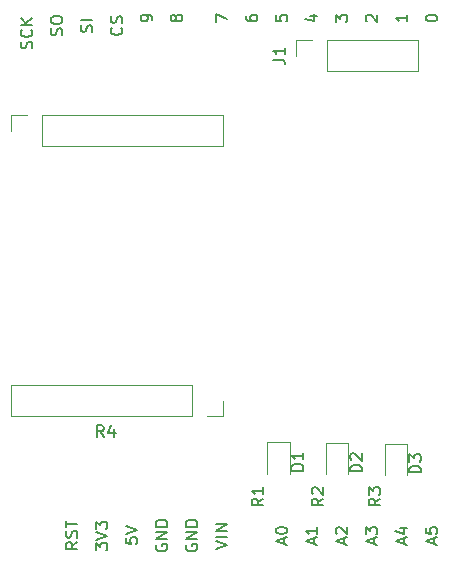
<source format=gbr>
G04 #@! TF.GenerationSoftware,KiCad,Pcbnew,5.0.2-bee76a0~70~ubuntu18.04.1*
G04 #@! TF.CreationDate,2019-01-17T16:48:38+08:00*
G04 #@! TF.ProjectId,inAir9B Shield,696e4169-7239-4422-9053-6869656c642e,rev?*
G04 #@! TF.SameCoordinates,Original*
G04 #@! TF.FileFunction,Legend,Top*
G04 #@! TF.FilePolarity,Positive*
%FSLAX46Y46*%
G04 Gerber Fmt 4.6, Leading zero omitted, Abs format (unit mm)*
G04 Created by KiCad (PCBNEW 5.0.2-bee76a0~70~ubuntu18.04.1) date Thu Jan 17 16:48:38 2019*
%MOMM*%
%LPD*%
G01*
G04 APERTURE LIST*
%ADD10C,0.200000*%
%ADD11C,0.120000*%
%ADD12C,0.150000*%
G04 APERTURE END LIST*
D10*
X158202380Y-67992619D02*
X158202380Y-67897380D01*
X158250000Y-67802142D01*
X158297619Y-67754523D01*
X158392857Y-67706904D01*
X158583333Y-67659285D01*
X158821428Y-67659285D01*
X159011904Y-67706904D01*
X159107142Y-67754523D01*
X159154761Y-67802142D01*
X159202380Y-67897380D01*
X159202380Y-67992619D01*
X159154761Y-68087857D01*
X159107142Y-68135476D01*
X159011904Y-68183095D01*
X158821428Y-68230714D01*
X158583333Y-68230714D01*
X158392857Y-68183095D01*
X158297619Y-68135476D01*
X158250000Y-68087857D01*
X158202380Y-67992619D01*
X124864761Y-70500714D02*
X124912380Y-70357857D01*
X124912380Y-70119761D01*
X124864761Y-70024523D01*
X124817142Y-69976904D01*
X124721904Y-69929285D01*
X124626666Y-69929285D01*
X124531428Y-69976904D01*
X124483809Y-70024523D01*
X124436190Y-70119761D01*
X124388571Y-70310238D01*
X124340952Y-70405476D01*
X124293333Y-70453095D01*
X124198095Y-70500714D01*
X124102857Y-70500714D01*
X124007619Y-70453095D01*
X123960000Y-70405476D01*
X123912380Y-70310238D01*
X123912380Y-70072142D01*
X123960000Y-69929285D01*
X124817142Y-68929285D02*
X124864761Y-68976904D01*
X124912380Y-69119761D01*
X124912380Y-69215000D01*
X124864761Y-69357857D01*
X124769523Y-69453095D01*
X124674285Y-69500714D01*
X124483809Y-69548333D01*
X124340952Y-69548333D01*
X124150476Y-69500714D01*
X124055238Y-69453095D01*
X123960000Y-69357857D01*
X123912380Y-69215000D01*
X123912380Y-69119761D01*
X123960000Y-68976904D01*
X124007619Y-68929285D01*
X124912380Y-68500714D02*
X123912380Y-68500714D01*
X124912380Y-67929285D02*
X124340952Y-68357857D01*
X123912380Y-67929285D02*
X124483809Y-68500714D01*
X127404761Y-69389523D02*
X127452380Y-69246666D01*
X127452380Y-69008571D01*
X127404761Y-68913333D01*
X127357142Y-68865714D01*
X127261904Y-68818095D01*
X127166666Y-68818095D01*
X127071428Y-68865714D01*
X127023809Y-68913333D01*
X126976190Y-69008571D01*
X126928571Y-69199047D01*
X126880952Y-69294285D01*
X126833333Y-69341904D01*
X126738095Y-69389523D01*
X126642857Y-69389523D01*
X126547619Y-69341904D01*
X126500000Y-69294285D01*
X126452380Y-69199047D01*
X126452380Y-68960952D01*
X126500000Y-68818095D01*
X126452380Y-68199047D02*
X126452380Y-68008571D01*
X126500000Y-67913333D01*
X126595238Y-67818095D01*
X126785714Y-67770476D01*
X127119047Y-67770476D01*
X127309523Y-67818095D01*
X127404761Y-67913333D01*
X127452380Y-68008571D01*
X127452380Y-68199047D01*
X127404761Y-68294285D01*
X127309523Y-68389523D01*
X127119047Y-68437142D01*
X126785714Y-68437142D01*
X126595238Y-68389523D01*
X126500000Y-68294285D01*
X126452380Y-68199047D01*
X129944761Y-69103809D02*
X129992380Y-68960952D01*
X129992380Y-68722857D01*
X129944761Y-68627619D01*
X129897142Y-68580000D01*
X129801904Y-68532380D01*
X129706666Y-68532380D01*
X129611428Y-68580000D01*
X129563809Y-68627619D01*
X129516190Y-68722857D01*
X129468571Y-68913333D01*
X129420952Y-69008571D01*
X129373333Y-69056190D01*
X129278095Y-69103809D01*
X129182857Y-69103809D01*
X129087619Y-69056190D01*
X129040000Y-69008571D01*
X128992380Y-68913333D01*
X128992380Y-68675238D01*
X129040000Y-68532380D01*
X129992380Y-68103809D02*
X128992380Y-68103809D01*
X132437142Y-68746666D02*
X132484761Y-68794285D01*
X132532380Y-68937142D01*
X132532380Y-69032380D01*
X132484761Y-69175238D01*
X132389523Y-69270476D01*
X132294285Y-69318095D01*
X132103809Y-69365714D01*
X131960952Y-69365714D01*
X131770476Y-69318095D01*
X131675238Y-69270476D01*
X131580000Y-69175238D01*
X131532380Y-69032380D01*
X131532380Y-68937142D01*
X131580000Y-68794285D01*
X131627619Y-68746666D01*
X132484761Y-68365714D02*
X132532380Y-68222857D01*
X132532380Y-67984761D01*
X132484761Y-67889523D01*
X132437142Y-67841904D01*
X132341904Y-67794285D01*
X132246666Y-67794285D01*
X132151428Y-67841904D01*
X132103809Y-67889523D01*
X132056190Y-67984761D01*
X132008571Y-68175238D01*
X131960952Y-68270476D01*
X131913333Y-68318095D01*
X131818095Y-68365714D01*
X131722857Y-68365714D01*
X131627619Y-68318095D01*
X131580000Y-68270476D01*
X131532380Y-68175238D01*
X131532380Y-67937142D01*
X131580000Y-67794285D01*
X135072380Y-68135476D02*
X135072380Y-67945000D01*
X135024761Y-67849761D01*
X134977142Y-67802142D01*
X134834285Y-67706904D01*
X134643809Y-67659285D01*
X134262857Y-67659285D01*
X134167619Y-67706904D01*
X134120000Y-67754523D01*
X134072380Y-67849761D01*
X134072380Y-68040238D01*
X134120000Y-68135476D01*
X134167619Y-68183095D01*
X134262857Y-68230714D01*
X134500952Y-68230714D01*
X134596190Y-68183095D01*
X134643809Y-68135476D01*
X134691428Y-68040238D01*
X134691428Y-67849761D01*
X134643809Y-67754523D01*
X134596190Y-67706904D01*
X134500952Y-67659285D01*
X137040952Y-68040238D02*
X136993333Y-68135476D01*
X136945714Y-68183095D01*
X136850476Y-68230714D01*
X136802857Y-68230714D01*
X136707619Y-68183095D01*
X136660000Y-68135476D01*
X136612380Y-68040238D01*
X136612380Y-67849761D01*
X136660000Y-67754523D01*
X136707619Y-67706904D01*
X136802857Y-67659285D01*
X136850476Y-67659285D01*
X136945714Y-67706904D01*
X136993333Y-67754523D01*
X137040952Y-67849761D01*
X137040952Y-68040238D01*
X137088571Y-68135476D01*
X137136190Y-68183095D01*
X137231428Y-68230714D01*
X137421904Y-68230714D01*
X137517142Y-68183095D01*
X137564761Y-68135476D01*
X137612380Y-68040238D01*
X137612380Y-67849761D01*
X137564761Y-67754523D01*
X137517142Y-67706904D01*
X137421904Y-67659285D01*
X137231428Y-67659285D01*
X137136190Y-67706904D01*
X137088571Y-67754523D01*
X137040952Y-67849761D01*
X140422380Y-68278333D02*
X140422380Y-67611666D01*
X141422380Y-68040238D01*
X142962380Y-67754523D02*
X142962380Y-67945000D01*
X143010000Y-68040238D01*
X143057619Y-68087857D01*
X143200476Y-68183095D01*
X143390952Y-68230714D01*
X143771904Y-68230714D01*
X143867142Y-68183095D01*
X143914761Y-68135476D01*
X143962380Y-68040238D01*
X143962380Y-67849761D01*
X143914761Y-67754523D01*
X143867142Y-67706904D01*
X143771904Y-67659285D01*
X143533809Y-67659285D01*
X143438571Y-67706904D01*
X143390952Y-67754523D01*
X143343333Y-67849761D01*
X143343333Y-68040238D01*
X143390952Y-68135476D01*
X143438571Y-68183095D01*
X143533809Y-68230714D01*
X145502380Y-67706904D02*
X145502380Y-68183095D01*
X145978571Y-68230714D01*
X145930952Y-68183095D01*
X145883333Y-68087857D01*
X145883333Y-67849761D01*
X145930952Y-67754523D01*
X145978571Y-67706904D01*
X146073809Y-67659285D01*
X146311904Y-67659285D01*
X146407142Y-67706904D01*
X146454761Y-67754523D01*
X146502380Y-67849761D01*
X146502380Y-68087857D01*
X146454761Y-68183095D01*
X146407142Y-68230714D01*
X148375714Y-67754523D02*
X149042380Y-67754523D01*
X147994761Y-67992619D02*
X148709047Y-68230714D01*
X148709047Y-67611666D01*
X150582380Y-68278333D02*
X150582380Y-67659285D01*
X150963333Y-67992619D01*
X150963333Y-67849761D01*
X151010952Y-67754523D01*
X151058571Y-67706904D01*
X151153809Y-67659285D01*
X151391904Y-67659285D01*
X151487142Y-67706904D01*
X151534761Y-67754523D01*
X151582380Y-67849761D01*
X151582380Y-68135476D01*
X151534761Y-68230714D01*
X151487142Y-68278333D01*
X153217619Y-68230714D02*
X153170000Y-68183095D01*
X153122380Y-68087857D01*
X153122380Y-67849761D01*
X153170000Y-67754523D01*
X153217619Y-67706904D01*
X153312857Y-67659285D01*
X153408095Y-67659285D01*
X153550952Y-67706904D01*
X154122380Y-68278333D01*
X154122380Y-67659285D01*
X156662380Y-67659285D02*
X156662380Y-68230714D01*
X156662380Y-67945000D02*
X155662380Y-67945000D01*
X155805238Y-68040238D01*
X155900476Y-68135476D01*
X155948095Y-68230714D01*
X128722380Y-112307619D02*
X128246190Y-112640952D01*
X128722380Y-112879047D02*
X127722380Y-112879047D01*
X127722380Y-112498095D01*
X127770000Y-112402857D01*
X127817619Y-112355238D01*
X127912857Y-112307619D01*
X128055714Y-112307619D01*
X128150952Y-112355238D01*
X128198571Y-112402857D01*
X128246190Y-112498095D01*
X128246190Y-112879047D01*
X128674761Y-111926666D02*
X128722380Y-111783809D01*
X128722380Y-111545714D01*
X128674761Y-111450476D01*
X128627142Y-111402857D01*
X128531904Y-111355238D01*
X128436666Y-111355238D01*
X128341428Y-111402857D01*
X128293809Y-111450476D01*
X128246190Y-111545714D01*
X128198571Y-111736190D01*
X128150952Y-111831428D01*
X128103333Y-111879047D01*
X128008095Y-111926666D01*
X127912857Y-111926666D01*
X127817619Y-111879047D01*
X127770000Y-111831428D01*
X127722380Y-111736190D01*
X127722380Y-111498095D01*
X127770000Y-111355238D01*
X127722380Y-111069523D02*
X127722380Y-110498095D01*
X128722380Y-110783809D02*
X127722380Y-110783809D01*
X130262380Y-112998095D02*
X130262380Y-112379047D01*
X130643333Y-112712380D01*
X130643333Y-112569523D01*
X130690952Y-112474285D01*
X130738571Y-112426666D01*
X130833809Y-112379047D01*
X131071904Y-112379047D01*
X131167142Y-112426666D01*
X131214761Y-112474285D01*
X131262380Y-112569523D01*
X131262380Y-112855238D01*
X131214761Y-112950476D01*
X131167142Y-112998095D01*
X130262380Y-112093333D02*
X131262380Y-111760000D01*
X130262380Y-111426666D01*
X130262380Y-111188571D02*
X130262380Y-110569523D01*
X130643333Y-110902857D01*
X130643333Y-110760000D01*
X130690952Y-110664761D01*
X130738571Y-110617142D01*
X130833809Y-110569523D01*
X131071904Y-110569523D01*
X131167142Y-110617142D01*
X131214761Y-110664761D01*
X131262380Y-110760000D01*
X131262380Y-111045714D01*
X131214761Y-111140952D01*
X131167142Y-111188571D01*
X132802380Y-111950476D02*
X132802380Y-112426666D01*
X133278571Y-112474285D01*
X133230952Y-112426666D01*
X133183333Y-112331428D01*
X133183333Y-112093333D01*
X133230952Y-111998095D01*
X133278571Y-111950476D01*
X133373809Y-111902857D01*
X133611904Y-111902857D01*
X133707142Y-111950476D01*
X133754761Y-111998095D01*
X133802380Y-112093333D01*
X133802380Y-112331428D01*
X133754761Y-112426666D01*
X133707142Y-112474285D01*
X132802380Y-111617142D02*
X133802380Y-111283809D01*
X132802380Y-110950476D01*
X135390000Y-112521904D02*
X135342380Y-112617142D01*
X135342380Y-112760000D01*
X135390000Y-112902857D01*
X135485238Y-112998095D01*
X135580476Y-113045714D01*
X135770952Y-113093333D01*
X135913809Y-113093333D01*
X136104285Y-113045714D01*
X136199523Y-112998095D01*
X136294761Y-112902857D01*
X136342380Y-112760000D01*
X136342380Y-112664761D01*
X136294761Y-112521904D01*
X136247142Y-112474285D01*
X135913809Y-112474285D01*
X135913809Y-112664761D01*
X136342380Y-112045714D02*
X135342380Y-112045714D01*
X136342380Y-111474285D01*
X135342380Y-111474285D01*
X136342380Y-110998095D02*
X135342380Y-110998095D01*
X135342380Y-110760000D01*
X135390000Y-110617142D01*
X135485238Y-110521904D01*
X135580476Y-110474285D01*
X135770952Y-110426666D01*
X135913809Y-110426666D01*
X136104285Y-110474285D01*
X136199523Y-110521904D01*
X136294761Y-110617142D01*
X136342380Y-110760000D01*
X136342380Y-110998095D01*
X137930000Y-112521904D02*
X137882380Y-112617142D01*
X137882380Y-112760000D01*
X137930000Y-112902857D01*
X138025238Y-112998095D01*
X138120476Y-113045714D01*
X138310952Y-113093333D01*
X138453809Y-113093333D01*
X138644285Y-113045714D01*
X138739523Y-112998095D01*
X138834761Y-112902857D01*
X138882380Y-112760000D01*
X138882380Y-112664761D01*
X138834761Y-112521904D01*
X138787142Y-112474285D01*
X138453809Y-112474285D01*
X138453809Y-112664761D01*
X138882380Y-112045714D02*
X137882380Y-112045714D01*
X138882380Y-111474285D01*
X137882380Y-111474285D01*
X138882380Y-110998095D02*
X137882380Y-110998095D01*
X137882380Y-110760000D01*
X137930000Y-110617142D01*
X138025238Y-110521904D01*
X138120476Y-110474285D01*
X138310952Y-110426666D01*
X138453809Y-110426666D01*
X138644285Y-110474285D01*
X138739523Y-110521904D01*
X138834761Y-110617142D01*
X138882380Y-110760000D01*
X138882380Y-110998095D01*
X140422380Y-112855238D02*
X141422380Y-112521904D01*
X140422380Y-112188571D01*
X141422380Y-111855238D02*
X140422380Y-111855238D01*
X141422380Y-111379047D02*
X140422380Y-111379047D01*
X141422380Y-110807619D01*
X140422380Y-110807619D01*
X158916666Y-112474285D02*
X158916666Y-111998095D01*
X159202380Y-112569523D02*
X158202380Y-112236190D01*
X159202380Y-111902857D01*
X158202380Y-111093333D02*
X158202380Y-111569523D01*
X158678571Y-111617142D01*
X158630952Y-111569523D01*
X158583333Y-111474285D01*
X158583333Y-111236190D01*
X158630952Y-111140952D01*
X158678571Y-111093333D01*
X158773809Y-111045714D01*
X159011904Y-111045714D01*
X159107142Y-111093333D01*
X159154761Y-111140952D01*
X159202380Y-111236190D01*
X159202380Y-111474285D01*
X159154761Y-111569523D01*
X159107142Y-111617142D01*
X156376666Y-112474285D02*
X156376666Y-111998095D01*
X156662380Y-112569523D02*
X155662380Y-112236190D01*
X156662380Y-111902857D01*
X155995714Y-111140952D02*
X156662380Y-111140952D01*
X155614761Y-111379047D02*
X156329047Y-111617142D01*
X156329047Y-110998095D01*
X153836666Y-112474285D02*
X153836666Y-111998095D01*
X154122380Y-112569523D02*
X153122380Y-112236190D01*
X154122380Y-111902857D01*
X153122380Y-111664761D02*
X153122380Y-111045714D01*
X153503333Y-111379047D01*
X153503333Y-111236190D01*
X153550952Y-111140952D01*
X153598571Y-111093333D01*
X153693809Y-111045714D01*
X153931904Y-111045714D01*
X154027142Y-111093333D01*
X154074761Y-111140952D01*
X154122380Y-111236190D01*
X154122380Y-111521904D01*
X154074761Y-111617142D01*
X154027142Y-111664761D01*
X151296666Y-112474285D02*
X151296666Y-111998095D01*
X151582380Y-112569523D02*
X150582380Y-112236190D01*
X151582380Y-111902857D01*
X150677619Y-111617142D02*
X150630000Y-111569523D01*
X150582380Y-111474285D01*
X150582380Y-111236190D01*
X150630000Y-111140952D01*
X150677619Y-111093333D01*
X150772857Y-111045714D01*
X150868095Y-111045714D01*
X151010952Y-111093333D01*
X151582380Y-111664761D01*
X151582380Y-111045714D01*
X148756666Y-112474285D02*
X148756666Y-111998095D01*
X149042380Y-112569523D02*
X148042380Y-112236190D01*
X149042380Y-111902857D01*
X149042380Y-111045714D02*
X149042380Y-111617142D01*
X149042380Y-111331428D02*
X148042380Y-111331428D01*
X148185238Y-111426666D01*
X148280476Y-111521904D01*
X148328095Y-111617142D01*
X146216666Y-112474285D02*
X146216666Y-111998095D01*
X146502380Y-112569523D02*
X145502380Y-112236190D01*
X146502380Y-111902857D01*
X145502380Y-111379047D02*
X145502380Y-111283809D01*
X145550000Y-111188571D01*
X145597619Y-111140952D01*
X145692857Y-111093333D01*
X145883333Y-111045714D01*
X146121428Y-111045714D01*
X146311904Y-111093333D01*
X146407142Y-111140952D01*
X146454761Y-111188571D01*
X146502380Y-111283809D01*
X146502380Y-111379047D01*
X146454761Y-111474285D01*
X146407142Y-111521904D01*
X146311904Y-111569523D01*
X146121428Y-111617142D01*
X145883333Y-111617142D01*
X145692857Y-111569523D01*
X145597619Y-111521904D01*
X145550000Y-111474285D01*
X145502380Y-111379047D01*
D11*
G04 #@! TO.C,D3*
X156662000Y-106664000D02*
X156662000Y-103979000D01*
X156662000Y-103979000D02*
X154742000Y-103979000D01*
X154742000Y-103979000D02*
X154742000Y-106664000D01*
G04 #@! TO.C,D1*
X146695888Y-106513831D02*
X146695888Y-103828831D01*
X146695888Y-103828831D02*
X144775888Y-103828831D01*
X144775888Y-103828831D02*
X144775888Y-106513831D01*
G04 #@! TO.C,D2*
X149737008Y-103895043D02*
X149737008Y-106580043D01*
X151657008Y-103895043D02*
X149737008Y-103895043D01*
X151657008Y-106580043D02*
X151657008Y-103895043D01*
G04 #@! TO.C,J1*
X149860000Y-72450000D02*
X149860000Y-69790000D01*
X149860000Y-72450000D02*
X157540000Y-72450000D01*
X157540000Y-72450000D02*
X157540000Y-69790000D01*
X149860000Y-69790000D02*
X157540000Y-69790000D01*
X147260000Y-69790000D02*
X148590000Y-69790000D01*
X147260000Y-71120000D02*
X147260000Y-69790000D01*
G04 #@! TO.C,J2*
X141030000Y-100330000D02*
X141030000Y-101660000D01*
X141030000Y-101660000D02*
X139700000Y-101660000D01*
X138430000Y-101660000D02*
X123130000Y-101660000D01*
X123130000Y-99000000D02*
X123130000Y-101660000D01*
X138430000Y-99000000D02*
X123130000Y-99000000D01*
X138430000Y-99000000D02*
X138430000Y-101660000D01*
G04 #@! TO.C,J3*
X125730000Y-78800000D02*
X125730000Y-76140000D01*
X125730000Y-78800000D02*
X141030000Y-78800000D01*
X141030000Y-78800000D02*
X141030000Y-76140000D01*
X125730000Y-76140000D02*
X141030000Y-76140000D01*
X123130000Y-76140000D02*
X124460000Y-76140000D01*
X123130000Y-77470000D02*
X123130000Y-76140000D01*
G04 #@! TO.C,D3*
D12*
X157804380Y-106402095D02*
X156804380Y-106402095D01*
X156804380Y-106164000D01*
X156852000Y-106021142D01*
X156947238Y-105925904D01*
X157042476Y-105878285D01*
X157232952Y-105830666D01*
X157375809Y-105830666D01*
X157566285Y-105878285D01*
X157661523Y-105925904D01*
X157756761Y-106021142D01*
X157804380Y-106164000D01*
X157804380Y-106402095D01*
X156804380Y-105497333D02*
X156804380Y-104878285D01*
X157185333Y-105211619D01*
X157185333Y-105068761D01*
X157232952Y-104973523D01*
X157280571Y-104925904D01*
X157375809Y-104878285D01*
X157613904Y-104878285D01*
X157709142Y-104925904D01*
X157756761Y-104973523D01*
X157804380Y-105068761D01*
X157804380Y-105354476D01*
X157756761Y-105449714D01*
X157709142Y-105497333D01*
G04 #@! TO.C,R3*
X154376380Y-108624666D02*
X153900190Y-108958000D01*
X154376380Y-109196095D02*
X153376380Y-109196095D01*
X153376380Y-108815142D01*
X153424000Y-108719904D01*
X153471619Y-108672285D01*
X153566857Y-108624666D01*
X153709714Y-108624666D01*
X153804952Y-108672285D01*
X153852571Y-108719904D01*
X153900190Y-108815142D01*
X153900190Y-109196095D01*
X153376380Y-108291333D02*
X153376380Y-107672285D01*
X153757333Y-108005619D01*
X153757333Y-107862761D01*
X153804952Y-107767523D01*
X153852571Y-107719904D01*
X153947809Y-107672285D01*
X154185904Y-107672285D01*
X154281142Y-107719904D01*
X154328761Y-107767523D01*
X154376380Y-107862761D01*
X154376380Y-108148476D01*
X154328761Y-108243714D01*
X154281142Y-108291333D01*
G04 #@! TO.C,D1*
X147838268Y-106251926D02*
X146838268Y-106251926D01*
X146838268Y-106013831D01*
X146885888Y-105870973D01*
X146981126Y-105775735D01*
X147076364Y-105728116D01*
X147266840Y-105680497D01*
X147409697Y-105680497D01*
X147600173Y-105728116D01*
X147695411Y-105775735D01*
X147790649Y-105870973D01*
X147838268Y-106013831D01*
X147838268Y-106251926D01*
X147838268Y-104728116D02*
X147838268Y-105299545D01*
X147838268Y-105013831D02*
X146838268Y-105013831D01*
X146981126Y-105109069D01*
X147076364Y-105204307D01*
X147123983Y-105299545D01*
G04 #@! TO.C,D2*
X152799388Y-106318138D02*
X151799388Y-106318138D01*
X151799388Y-106080043D01*
X151847008Y-105937185D01*
X151942246Y-105841947D01*
X152037484Y-105794328D01*
X152227960Y-105746709D01*
X152370817Y-105746709D01*
X152561293Y-105794328D01*
X152656531Y-105841947D01*
X152751769Y-105937185D01*
X152799388Y-106080043D01*
X152799388Y-106318138D01*
X151894627Y-105365757D02*
X151847008Y-105318138D01*
X151799388Y-105222900D01*
X151799388Y-104984804D01*
X151847008Y-104889566D01*
X151894627Y-104841947D01*
X151989865Y-104794328D01*
X152085103Y-104794328D01*
X152227960Y-104841947D01*
X152799388Y-105413376D01*
X152799388Y-104794328D01*
G04 #@! TO.C,J1*
X145272380Y-71453333D02*
X145986666Y-71453333D01*
X146129523Y-71500952D01*
X146224761Y-71596190D01*
X146272380Y-71739047D01*
X146272380Y-71834285D01*
X146272380Y-70453333D02*
X146272380Y-71024761D01*
X146272380Y-70739047D02*
X145272380Y-70739047D01*
X145415238Y-70834285D01*
X145510476Y-70929523D01*
X145558095Y-71024761D01*
G04 #@! TO.C,R1*
X144470380Y-108624666D02*
X143994190Y-108958000D01*
X144470380Y-109196095D02*
X143470380Y-109196095D01*
X143470380Y-108815142D01*
X143518000Y-108719904D01*
X143565619Y-108672285D01*
X143660857Y-108624666D01*
X143803714Y-108624666D01*
X143898952Y-108672285D01*
X143946571Y-108719904D01*
X143994190Y-108815142D01*
X143994190Y-109196095D01*
X144470380Y-107672285D02*
X144470380Y-108243714D01*
X144470380Y-107958000D02*
X143470380Y-107958000D01*
X143613238Y-108053238D01*
X143708476Y-108148476D01*
X143756095Y-108243714D01*
G04 #@! TO.C,R2*
X149550380Y-108624666D02*
X149074190Y-108958000D01*
X149550380Y-109196095D02*
X148550380Y-109196095D01*
X148550380Y-108815142D01*
X148598000Y-108719904D01*
X148645619Y-108672285D01*
X148740857Y-108624666D01*
X148883714Y-108624666D01*
X148978952Y-108672285D01*
X149026571Y-108719904D01*
X149074190Y-108815142D01*
X149074190Y-109196095D01*
X148645619Y-108243714D02*
X148598000Y-108196095D01*
X148550380Y-108100857D01*
X148550380Y-107862761D01*
X148598000Y-107767523D01*
X148645619Y-107719904D01*
X148740857Y-107672285D01*
X148836095Y-107672285D01*
X148978952Y-107719904D01*
X149550380Y-108291333D01*
X149550380Y-107672285D01*
G04 #@! TO.C,R4*
X130943333Y-103422380D02*
X130610000Y-102946190D01*
X130371904Y-103422380D02*
X130371904Y-102422380D01*
X130752857Y-102422380D01*
X130848095Y-102470000D01*
X130895714Y-102517619D01*
X130943333Y-102612857D01*
X130943333Y-102755714D01*
X130895714Y-102850952D01*
X130848095Y-102898571D01*
X130752857Y-102946190D01*
X130371904Y-102946190D01*
X131800476Y-102755714D02*
X131800476Y-103422380D01*
X131562380Y-102374761D02*
X131324285Y-103089047D01*
X131943333Y-103089047D01*
G04 #@! TD*
M02*

</source>
